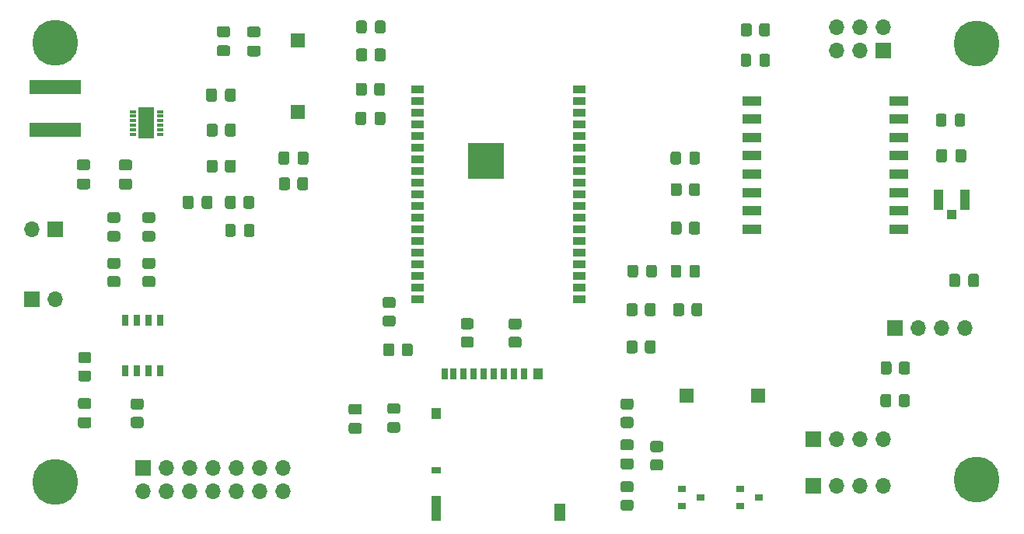
<source format=gbr>
%TF.GenerationSoftware,KiCad,Pcbnew,(5.1.9)-1*%
%TF.CreationDate,2021-07-21T07:35:28-05:00*%
%TF.ProjectId,SE_placa,53455f70-6c61-4636-912e-6b696361645f,A*%
%TF.SameCoordinates,Original*%
%TF.FileFunction,Soldermask,Top*%
%TF.FilePolarity,Negative*%
%FSLAX46Y46*%
G04 Gerber Fmt 4.6, Leading zero omitted, Abs format (unit mm)*
G04 Created by KiCad (PCBNEW (5.1.9)-1) date 2021-07-21 07:35:28*
%MOMM*%
%LPD*%
G01*
G04 APERTURE LIST*
%ADD10O,1.700000X1.700000*%
%ADD11R,1.700000X1.700000*%
%ADD12R,2.000000X1.000000*%
%ADD13R,4.000000X4.000000*%
%ADD14R,1.450000X0.930000*%
%ADD15R,1.300000X1.900000*%
%ADD16R,1.000000X2.800000*%
%ADD17R,1.000000X0.800000*%
%ADD18R,1.000000X1.200000*%
%ADD19R,0.700000X1.200000*%
%ADD20R,1.500000X1.500000*%
%ADD21R,1.050000X1.100000*%
%ADD22R,1.100000X2.250000*%
%ADD23R,0.900000X0.800000*%
%ADD24R,0.700000X1.300000*%
%ADD25R,5.700000X1.600000*%
%ADD26C,5.000000*%
%ADD27R,0.800000X0.300000*%
%ADD28R,1.800000X3.400000*%
G04 APERTURE END LIST*
D10*
%TO.C,J3*%
X140335000Y-72390000D03*
X140335000Y-69850000D03*
X137795000Y-72390000D03*
X137795000Y-69850000D03*
X135255000Y-72390000D03*
X135255000Y-69850000D03*
X132715000Y-72390000D03*
X132715000Y-69850000D03*
X130175000Y-72390000D03*
X130175000Y-69850000D03*
X127635000Y-72390000D03*
X127635000Y-69850000D03*
X125095000Y-72390000D03*
D11*
X125095000Y-69850000D03*
%TD*%
D12*
%TO.C,U2*%
X207390000Y-29830000D03*
X207390000Y-31830000D03*
X207390000Y-33830000D03*
X207390000Y-35830000D03*
X207390000Y-37830000D03*
X207390000Y-39830000D03*
X207390000Y-41830000D03*
X207390000Y-43830000D03*
X191390000Y-43830000D03*
X191390000Y-41830000D03*
X191390000Y-39830000D03*
X191390000Y-37830000D03*
X191390000Y-35830000D03*
X191390000Y-33830000D03*
X191390000Y-31830000D03*
X191390000Y-29830000D03*
%TD*%
%TO.C,R10*%
G36*
G01*
X184020000Y-52127999D02*
X184020000Y-53028001D01*
G75*
G02*
X183770001Y-53278000I-249999J0D01*
G01*
X183069999Y-53278000D01*
G75*
G02*
X182820000Y-53028001I0J249999D01*
G01*
X182820000Y-52127999D01*
G75*
G02*
X183069999Y-51878000I249999J0D01*
G01*
X183770001Y-51878000D01*
G75*
G02*
X184020000Y-52127999I0J-249999D01*
G01*
G37*
G36*
G01*
X186020000Y-52127999D02*
X186020000Y-53028001D01*
G75*
G02*
X185770001Y-53278000I-249999J0D01*
G01*
X185069999Y-53278000D01*
G75*
G02*
X184820000Y-53028001I0J249999D01*
G01*
X184820000Y-52127999D01*
G75*
G02*
X185069999Y-51878000I249999J0D01*
G01*
X185770001Y-51878000D01*
G75*
G02*
X186020000Y-52127999I0J-249999D01*
G01*
G37*
%TD*%
D13*
%TO.C,U1*%
X162450000Y-36360000D03*
D14*
X172640000Y-28570000D03*
X172640000Y-29840000D03*
X172640000Y-31110000D03*
X172640000Y-32380000D03*
X172640000Y-33650000D03*
X172640000Y-34920000D03*
X172640000Y-36190000D03*
X172640000Y-37460000D03*
X172640000Y-38730000D03*
X172640000Y-40000000D03*
X172640000Y-41270000D03*
X172640000Y-42540000D03*
X172640000Y-43810000D03*
X172640000Y-45080000D03*
X172640000Y-46350000D03*
X172640000Y-47620000D03*
X172640000Y-48890000D03*
X172640000Y-50160000D03*
X172640000Y-51430000D03*
X155020000Y-51430000D03*
X155020000Y-50160000D03*
X155020000Y-48890000D03*
X155020000Y-47620000D03*
X155020000Y-46350000D03*
X155020000Y-45080000D03*
X155020000Y-43810000D03*
X155020000Y-42540000D03*
X155020000Y-41270000D03*
X155020000Y-40000000D03*
X155020000Y-38730000D03*
X155020000Y-37460000D03*
X155020000Y-36190000D03*
X155020000Y-34920000D03*
X155020000Y-33650000D03*
X155020000Y-32380000D03*
X155020000Y-31110000D03*
X155020000Y-29840000D03*
X155020000Y-28570000D03*
%TD*%
D15*
%TO.C,J2*%
X170505000Y-74685000D03*
D16*
X157005000Y-74235000D03*
D17*
X157005000Y-70085000D03*
D18*
X157005000Y-63885000D03*
X168155000Y-59585000D03*
D19*
X160005000Y-59585000D03*
X161105000Y-59585000D03*
X162205000Y-59585000D03*
X163305000Y-59585000D03*
X164405000Y-59585000D03*
X165505000Y-59585000D03*
X166605000Y-59585000D03*
X158905000Y-59585000D03*
X157955000Y-59585000D03*
%TD*%
%TO.C,R11*%
G36*
G01*
X150260000Y-29025001D02*
X150260000Y-28124999D01*
G75*
G02*
X150509999Y-27875000I249999J0D01*
G01*
X151210001Y-27875000D01*
G75*
G02*
X151460000Y-28124999I0J-249999D01*
G01*
X151460000Y-29025001D01*
G75*
G02*
X151210001Y-29275000I-249999J0D01*
G01*
X150509999Y-29275000D01*
G75*
G02*
X150260000Y-29025001I0J249999D01*
G01*
G37*
G36*
G01*
X148260000Y-29025001D02*
X148260000Y-28124999D01*
G75*
G02*
X148509999Y-27875000I249999J0D01*
G01*
X149210001Y-27875000D01*
G75*
G02*
X149460000Y-28124999I0J-249999D01*
G01*
X149460000Y-29025001D01*
G75*
G02*
X149210001Y-29275000I-249999J0D01*
G01*
X148509999Y-29275000D01*
G75*
G02*
X148260000Y-29025001I0J249999D01*
G01*
G37*
%TD*%
%TO.C,R18*%
G36*
G01*
X191386000Y-21647999D02*
X191386000Y-22548001D01*
G75*
G02*
X191136001Y-22798000I-249999J0D01*
G01*
X190435999Y-22798000D01*
G75*
G02*
X190186000Y-22548001I0J249999D01*
G01*
X190186000Y-21647999D01*
G75*
G02*
X190435999Y-21398000I249999J0D01*
G01*
X191136001Y-21398000D01*
G75*
G02*
X191386000Y-21647999I0J-249999D01*
G01*
G37*
G36*
G01*
X193386000Y-21647999D02*
X193386000Y-22548001D01*
G75*
G02*
X193136001Y-22798000I-249999J0D01*
G01*
X192435999Y-22798000D01*
G75*
G02*
X192186000Y-22548001I0J249999D01*
G01*
X192186000Y-21647999D01*
G75*
G02*
X192435999Y-21398000I249999J0D01*
G01*
X193136001Y-21398000D01*
G75*
G02*
X193386000Y-21647999I0J-249999D01*
G01*
G37*
%TD*%
D20*
%TO.C,SW2*%
X141986000Y-23278000D03*
X141986000Y-31078000D03*
%TD*%
D21*
%TO.C,J7*%
X213155000Y-42190000D03*
D22*
X214630000Y-40640000D03*
X211680000Y-40640000D03*
%TD*%
D10*
%TO.C,J6*%
X200660000Y-21844000D03*
X200660000Y-24384000D03*
X203200000Y-21844000D03*
X203200000Y-24384000D03*
X205740000Y-21844000D03*
D11*
X205740000Y-24384000D03*
%TD*%
%TO.C,C7*%
G36*
G01*
X213556000Y-36289000D02*
X213556000Y-35339000D01*
G75*
G02*
X213806000Y-35089000I250000J0D01*
G01*
X214481000Y-35089000D01*
G75*
G02*
X214731000Y-35339000I0J-250000D01*
G01*
X214731000Y-36289000D01*
G75*
G02*
X214481000Y-36539000I-250000J0D01*
G01*
X213806000Y-36539000D01*
G75*
G02*
X213556000Y-36289000I0J250000D01*
G01*
G37*
G36*
G01*
X211481000Y-36289000D02*
X211481000Y-35339000D01*
G75*
G02*
X211731000Y-35089000I250000J0D01*
G01*
X212406000Y-35089000D01*
G75*
G02*
X212656000Y-35339000I0J-250000D01*
G01*
X212656000Y-36289000D01*
G75*
G02*
X212406000Y-36539000I-250000J0D01*
G01*
X211731000Y-36539000D01*
G75*
G02*
X211481000Y-36289000I0J250000D01*
G01*
G37*
%TD*%
%TO.C,R19*%
G36*
G01*
X118294999Y-57201000D02*
X119195001Y-57201000D01*
G75*
G02*
X119445000Y-57450999I0J-249999D01*
G01*
X119445000Y-58151001D01*
G75*
G02*
X119195001Y-58401000I-249999J0D01*
G01*
X118294999Y-58401000D01*
G75*
G02*
X118045000Y-58151001I0J249999D01*
G01*
X118045000Y-57450999D01*
G75*
G02*
X118294999Y-57201000I249999J0D01*
G01*
G37*
G36*
G01*
X118294999Y-59201000D02*
X119195001Y-59201000D01*
G75*
G02*
X119445000Y-59450999I0J-249999D01*
G01*
X119445000Y-60151001D01*
G75*
G02*
X119195001Y-60401000I-249999J0D01*
G01*
X118294999Y-60401000D01*
G75*
G02*
X118045000Y-60151001I0J249999D01*
G01*
X118045000Y-59450999D01*
G75*
G02*
X118294999Y-59201000I249999J0D01*
G01*
G37*
%TD*%
%TO.C,C10*%
G36*
G01*
X119093000Y-39471000D02*
X118143000Y-39471000D01*
G75*
G02*
X117893000Y-39221000I0J250000D01*
G01*
X117893000Y-38546000D01*
G75*
G02*
X118143000Y-38296000I250000J0D01*
G01*
X119093000Y-38296000D01*
G75*
G02*
X119343000Y-38546000I0J-250000D01*
G01*
X119343000Y-39221000D01*
G75*
G02*
X119093000Y-39471000I-250000J0D01*
G01*
G37*
G36*
G01*
X119093000Y-37396000D02*
X118143000Y-37396000D01*
G75*
G02*
X117893000Y-37146000I0J250000D01*
G01*
X117893000Y-36471000D01*
G75*
G02*
X118143000Y-36221000I250000J0D01*
G01*
X119093000Y-36221000D01*
G75*
G02*
X119343000Y-36471000I0J-250000D01*
G01*
X119343000Y-37146000D01*
G75*
G02*
X119093000Y-37396000I-250000J0D01*
G01*
G37*
%TD*%
%TO.C,R8*%
G36*
G01*
X141094000Y-38411999D02*
X141094000Y-39312001D01*
G75*
G02*
X140844001Y-39562000I-249999J0D01*
G01*
X140143999Y-39562000D01*
G75*
G02*
X139894000Y-39312001I0J249999D01*
G01*
X139894000Y-38411999D01*
G75*
G02*
X140143999Y-38162000I249999J0D01*
G01*
X140844001Y-38162000D01*
G75*
G02*
X141094000Y-38411999I0J-249999D01*
G01*
G37*
G36*
G01*
X143094000Y-38411999D02*
X143094000Y-39312001D01*
G75*
G02*
X142844001Y-39562000I-249999J0D01*
G01*
X142143999Y-39562000D01*
G75*
G02*
X141894000Y-39312001I0J249999D01*
G01*
X141894000Y-38411999D01*
G75*
G02*
X142143999Y-38162000I249999J0D01*
G01*
X142844001Y-38162000D01*
G75*
G02*
X143094000Y-38411999I0J-249999D01*
G01*
G37*
%TD*%
%TO.C,R16*%
G36*
G01*
X178940000Y-52127999D02*
X178940000Y-53028001D01*
G75*
G02*
X178690001Y-53278000I-249999J0D01*
G01*
X177989999Y-53278000D01*
G75*
G02*
X177740000Y-53028001I0J249999D01*
G01*
X177740000Y-52127999D01*
G75*
G02*
X177989999Y-51878000I249999J0D01*
G01*
X178690001Y-51878000D01*
G75*
G02*
X178940000Y-52127999I0J-249999D01*
G01*
G37*
G36*
G01*
X180940000Y-52127999D02*
X180940000Y-53028001D01*
G75*
G02*
X180690001Y-53278000I-249999J0D01*
G01*
X179989999Y-53278000D01*
G75*
G02*
X179740000Y-53028001I0J249999D01*
G01*
X179740000Y-52127999D01*
G75*
G02*
X179989999Y-51878000I249999J0D01*
G01*
X180690001Y-51878000D01*
G75*
G02*
X180940000Y-52127999I0J-249999D01*
G01*
G37*
%TD*%
%TO.C,R17*%
G36*
G01*
X184550000Y-44138001D02*
X184550000Y-43237999D01*
G75*
G02*
X184799999Y-42988000I249999J0D01*
G01*
X185500001Y-42988000D01*
G75*
G02*
X185750000Y-43237999I0J-249999D01*
G01*
X185750000Y-44138001D01*
G75*
G02*
X185500001Y-44388000I-249999J0D01*
G01*
X184799999Y-44388000D01*
G75*
G02*
X184550000Y-44138001I0J249999D01*
G01*
G37*
G36*
G01*
X182550000Y-44138001D02*
X182550000Y-43237999D01*
G75*
G02*
X182799999Y-42988000I249999J0D01*
G01*
X183500001Y-42988000D01*
G75*
G02*
X183750000Y-43237999I0J-249999D01*
G01*
X183750000Y-44138001D01*
G75*
G02*
X183500001Y-44388000I-249999J0D01*
G01*
X182799999Y-44388000D01*
G75*
G02*
X182550000Y-44138001I0J249999D01*
G01*
G37*
%TD*%
%TO.C,R14*%
G36*
G01*
X183750000Y-39046999D02*
X183750000Y-39947001D01*
G75*
G02*
X183500001Y-40197000I-249999J0D01*
G01*
X182799999Y-40197000D01*
G75*
G02*
X182550000Y-39947001I0J249999D01*
G01*
X182550000Y-39046999D01*
G75*
G02*
X182799999Y-38797000I249999J0D01*
G01*
X183500001Y-38797000D01*
G75*
G02*
X183750000Y-39046999I0J-249999D01*
G01*
G37*
G36*
G01*
X185750000Y-39046999D02*
X185750000Y-39947001D01*
G75*
G02*
X185500001Y-40197000I-249999J0D01*
G01*
X184799999Y-40197000D01*
G75*
G02*
X184550000Y-39947001I0J249999D01*
G01*
X184550000Y-39046999D01*
G75*
G02*
X184799999Y-38797000I249999J0D01*
G01*
X185500001Y-38797000D01*
G75*
G02*
X185750000Y-39046999I0J-249999D01*
G01*
G37*
%TD*%
%TO.C,R15*%
G36*
G01*
X149507500Y-24378499D02*
X149507500Y-25278501D01*
G75*
G02*
X149257501Y-25528500I-249999J0D01*
G01*
X148557499Y-25528500D01*
G75*
G02*
X148307500Y-25278501I0J249999D01*
G01*
X148307500Y-24378499D01*
G75*
G02*
X148557499Y-24128500I249999J0D01*
G01*
X149257501Y-24128500D01*
G75*
G02*
X149507500Y-24378499I0J-249999D01*
G01*
G37*
G36*
G01*
X151507500Y-24378499D02*
X151507500Y-25278501D01*
G75*
G02*
X151257501Y-25528500I-249999J0D01*
G01*
X150557499Y-25528500D01*
G75*
G02*
X150307500Y-25278501I0J249999D01*
G01*
X150307500Y-24378499D01*
G75*
G02*
X150557499Y-24128500I249999J0D01*
G01*
X151257501Y-24128500D01*
G75*
G02*
X151507500Y-24378499I0J-249999D01*
G01*
G37*
%TD*%
%TO.C,R9*%
G36*
G01*
X179740000Y-57092001D02*
X179740000Y-56191999D01*
G75*
G02*
X179989999Y-55942000I249999J0D01*
G01*
X180690001Y-55942000D01*
G75*
G02*
X180940000Y-56191999I0J-249999D01*
G01*
X180940000Y-57092001D01*
G75*
G02*
X180690001Y-57342000I-249999J0D01*
G01*
X179989999Y-57342000D01*
G75*
G02*
X179740000Y-57092001I0J249999D01*
G01*
G37*
G36*
G01*
X177740000Y-57092001D02*
X177740000Y-56191999D01*
G75*
G02*
X177989999Y-55942000I249999J0D01*
G01*
X178690001Y-55942000D01*
G75*
G02*
X178940000Y-56191999I0J-249999D01*
G01*
X178940000Y-57092001D01*
G75*
G02*
X178690001Y-57342000I-249999J0D01*
G01*
X177989999Y-57342000D01*
G75*
G02*
X177740000Y-57092001I0J249999D01*
G01*
G37*
%TD*%
%TO.C,R7*%
G36*
G01*
X165157999Y-55534000D02*
X166058001Y-55534000D01*
G75*
G02*
X166308000Y-55783999I0J-249999D01*
G01*
X166308000Y-56484001D01*
G75*
G02*
X166058001Y-56734000I-249999J0D01*
G01*
X165157999Y-56734000D01*
G75*
G02*
X164908000Y-56484001I0J249999D01*
G01*
X164908000Y-55783999D01*
G75*
G02*
X165157999Y-55534000I249999J0D01*
G01*
G37*
G36*
G01*
X165157999Y-53534000D02*
X166058001Y-53534000D01*
G75*
G02*
X166308000Y-53783999I0J-249999D01*
G01*
X166308000Y-54484001D01*
G75*
G02*
X166058001Y-54734000I-249999J0D01*
G01*
X165157999Y-54734000D01*
G75*
G02*
X164908000Y-54484001I0J249999D01*
G01*
X164908000Y-53783999D01*
G75*
G02*
X165157999Y-53534000I249999J0D01*
G01*
G37*
%TD*%
%TO.C,R6*%
G36*
G01*
X178250001Y-72482000D02*
X177349999Y-72482000D01*
G75*
G02*
X177100000Y-72232001I0J249999D01*
G01*
X177100000Y-71531999D01*
G75*
G02*
X177349999Y-71282000I249999J0D01*
G01*
X178250001Y-71282000D01*
G75*
G02*
X178500000Y-71531999I0J-249999D01*
G01*
X178500000Y-72232001D01*
G75*
G02*
X178250001Y-72482000I-249999J0D01*
G01*
G37*
G36*
G01*
X178250001Y-74482000D02*
X177349999Y-74482000D01*
G75*
G02*
X177100000Y-74232001I0J249999D01*
G01*
X177100000Y-73531999D01*
G75*
G02*
X177349999Y-73282000I249999J0D01*
G01*
X178250001Y-73282000D01*
G75*
G02*
X178500000Y-73531999I0J-249999D01*
G01*
X178500000Y-74232001D01*
G75*
G02*
X178250001Y-74482000I-249999J0D01*
G01*
G37*
%TD*%
%TO.C,R5*%
G36*
G01*
X181488501Y-68100500D02*
X180588499Y-68100500D01*
G75*
G02*
X180338500Y-67850501I0J249999D01*
G01*
X180338500Y-67150499D01*
G75*
G02*
X180588499Y-66900500I249999J0D01*
G01*
X181488501Y-66900500D01*
G75*
G02*
X181738500Y-67150499I0J-249999D01*
G01*
X181738500Y-67850501D01*
G75*
G02*
X181488501Y-68100500I-249999J0D01*
G01*
G37*
G36*
G01*
X181488501Y-70100500D02*
X180588499Y-70100500D01*
G75*
G02*
X180338500Y-69850501I0J249999D01*
G01*
X180338500Y-69150499D01*
G75*
G02*
X180588499Y-68900500I249999J0D01*
G01*
X181488501Y-68900500D01*
G75*
G02*
X181738500Y-69150499I0J-249999D01*
G01*
X181738500Y-69850501D01*
G75*
G02*
X181488501Y-70100500I-249999J0D01*
G01*
G37*
%TD*%
%TO.C,R4*%
G36*
G01*
X152342001Y-52416000D02*
X151441999Y-52416000D01*
G75*
G02*
X151192000Y-52166001I0J249999D01*
G01*
X151192000Y-51465999D01*
G75*
G02*
X151441999Y-51216000I249999J0D01*
G01*
X152342001Y-51216000D01*
G75*
G02*
X152592000Y-51465999I0J-249999D01*
G01*
X152592000Y-52166001D01*
G75*
G02*
X152342001Y-52416000I-249999J0D01*
G01*
G37*
G36*
G01*
X152342001Y-54416000D02*
X151441999Y-54416000D01*
G75*
G02*
X151192000Y-54166001I0J249999D01*
G01*
X151192000Y-53465999D01*
G75*
G02*
X151441999Y-53216000I249999J0D01*
G01*
X152342001Y-53216000D01*
G75*
G02*
X152592000Y-53465999I0J-249999D01*
G01*
X152592000Y-54166001D01*
G75*
G02*
X152342001Y-54416000I-249999J0D01*
G01*
G37*
%TD*%
%TO.C,R3*%
G36*
G01*
X159950999Y-55518000D02*
X160851001Y-55518000D01*
G75*
G02*
X161101000Y-55767999I0J-249999D01*
G01*
X161101000Y-56468001D01*
G75*
G02*
X160851001Y-56718000I-249999J0D01*
G01*
X159950999Y-56718000D01*
G75*
G02*
X159701000Y-56468001I0J249999D01*
G01*
X159701000Y-55767999D01*
G75*
G02*
X159950999Y-55518000I249999J0D01*
G01*
G37*
G36*
G01*
X159950999Y-53518000D02*
X160851001Y-53518000D01*
G75*
G02*
X161101000Y-53767999I0J-249999D01*
G01*
X161101000Y-54468001D01*
G75*
G02*
X160851001Y-54718000I-249999J0D01*
G01*
X159950999Y-54718000D01*
G75*
G02*
X159701000Y-54468001I0J249999D01*
G01*
X159701000Y-53767999D01*
G75*
G02*
X159950999Y-53518000I249999J0D01*
G01*
G37*
%TD*%
%TO.C,R2*%
G36*
G01*
X177349999Y-64265000D02*
X178250001Y-64265000D01*
G75*
G02*
X178500000Y-64514999I0J-249999D01*
G01*
X178500000Y-65215001D01*
G75*
G02*
X178250001Y-65465000I-249999J0D01*
G01*
X177349999Y-65465000D01*
G75*
G02*
X177100000Y-65215001I0J249999D01*
G01*
X177100000Y-64514999D01*
G75*
G02*
X177349999Y-64265000I249999J0D01*
G01*
G37*
G36*
G01*
X177349999Y-62265000D02*
X178250001Y-62265000D01*
G75*
G02*
X178500000Y-62514999I0J-249999D01*
G01*
X178500000Y-63215001D01*
G75*
G02*
X178250001Y-63465000I-249999J0D01*
G01*
X177349999Y-63465000D01*
G75*
G02*
X177100000Y-63215001I0J249999D01*
G01*
X177100000Y-62514999D01*
G75*
G02*
X177349999Y-62265000I249999J0D01*
G01*
G37*
%TD*%
%TO.C,R1*%
G36*
G01*
X153260500Y-57409501D02*
X153260500Y-56509499D01*
G75*
G02*
X153510499Y-56259500I249999J0D01*
G01*
X154210501Y-56259500D01*
G75*
G02*
X154460500Y-56509499I0J-249999D01*
G01*
X154460500Y-57409501D01*
G75*
G02*
X154210501Y-57659500I-249999J0D01*
G01*
X153510499Y-57659500D01*
G75*
G02*
X153260500Y-57409501I0J249999D01*
G01*
G37*
G36*
G01*
X151260500Y-57409501D02*
X151260500Y-56509499D01*
G75*
G02*
X151510499Y-56259500I249999J0D01*
G01*
X152210501Y-56259500D01*
G75*
G02*
X152460500Y-56509499I0J-249999D01*
G01*
X152460500Y-57409501D01*
G75*
G02*
X152210501Y-57659500I-249999J0D01*
G01*
X151510499Y-57659500D01*
G75*
G02*
X151260500Y-57409501I0J249999D01*
G01*
G37*
%TD*%
D23*
%TO.C,Q2*%
X192135000Y-73025000D03*
X190135000Y-73975000D03*
X190135000Y-72075000D03*
%TD*%
%TO.C,Q1*%
X185785000Y-73025000D03*
X183785000Y-73975000D03*
X183785000Y-72075000D03*
%TD*%
%TO.C,L3*%
G36*
G01*
X212583500Y-31490499D02*
X212583500Y-32390501D01*
G75*
G02*
X212333501Y-32640500I-249999J0D01*
G01*
X211683499Y-32640500D01*
G75*
G02*
X211433500Y-32390501I0J249999D01*
G01*
X211433500Y-31490499D01*
G75*
G02*
X211683499Y-31240500I249999J0D01*
G01*
X212333501Y-31240500D01*
G75*
G02*
X212583500Y-31490499I0J-249999D01*
G01*
G37*
G36*
G01*
X214633500Y-31490499D02*
X214633500Y-32390501D01*
G75*
G02*
X214383501Y-32640500I-249999J0D01*
G01*
X213733499Y-32640500D01*
G75*
G02*
X213483500Y-32390501I0J249999D01*
G01*
X213483500Y-31490499D01*
G75*
G02*
X213733499Y-31240500I249999J0D01*
G01*
X214383501Y-31240500D01*
G75*
G02*
X214633500Y-31490499I0J-249999D01*
G01*
G37*
%TD*%
%TO.C,L2*%
G36*
G01*
X151949999Y-64830000D02*
X152850001Y-64830000D01*
G75*
G02*
X153100000Y-65079999I0J-249999D01*
G01*
X153100000Y-65730001D01*
G75*
G02*
X152850001Y-65980000I-249999J0D01*
G01*
X151949999Y-65980000D01*
G75*
G02*
X151700000Y-65730001I0J249999D01*
G01*
X151700000Y-65079999D01*
G75*
G02*
X151949999Y-64830000I249999J0D01*
G01*
G37*
G36*
G01*
X151949999Y-62780000D02*
X152850001Y-62780000D01*
G75*
G02*
X153100000Y-63029999I0J-249999D01*
G01*
X153100000Y-63680001D01*
G75*
G02*
X152850001Y-63930000I-249999J0D01*
G01*
X151949999Y-63930000D01*
G75*
G02*
X151700000Y-63680001I0J249999D01*
G01*
X151700000Y-63029999D01*
G75*
G02*
X151949999Y-62780000I249999J0D01*
G01*
G37*
%TD*%
D10*
%TO.C,J4*%
X205740000Y-66675000D03*
X203200000Y-66675000D03*
X200660000Y-66675000D03*
D11*
X198120000Y-66675000D03*
%TD*%
D10*
%TO.C,J8*%
X214630000Y-54610000D03*
X212090000Y-54610000D03*
X209550000Y-54610000D03*
D11*
X207010000Y-54610000D03*
%TD*%
%TO.C,D5*%
G36*
G01*
X192220000Y-25850001D02*
X192220000Y-24949999D01*
G75*
G02*
X192469999Y-24700000I249999J0D01*
G01*
X193120001Y-24700000D01*
G75*
G02*
X193370000Y-24949999I0J-249999D01*
G01*
X193370000Y-25850001D01*
G75*
G02*
X193120001Y-26100000I-249999J0D01*
G01*
X192469999Y-26100000D01*
G75*
G02*
X192220000Y-25850001I0J249999D01*
G01*
G37*
G36*
G01*
X190170000Y-25850001D02*
X190170000Y-24949999D01*
G75*
G02*
X190419999Y-24700000I249999J0D01*
G01*
X191070001Y-24700000D01*
G75*
G02*
X191320000Y-24949999I0J-249999D01*
G01*
X191320000Y-25850001D01*
G75*
G02*
X191070001Y-26100000I-249999J0D01*
G01*
X190419999Y-26100000D01*
G75*
G02*
X190170000Y-25850001I0J249999D01*
G01*
G37*
%TD*%
%TO.C,D4*%
G36*
G01*
X179901000Y-48837001D02*
X179901000Y-47936999D01*
G75*
G02*
X180150999Y-47687000I249999J0D01*
G01*
X180801001Y-47687000D01*
G75*
G02*
X181051000Y-47936999I0J-249999D01*
G01*
X181051000Y-48837001D01*
G75*
G02*
X180801001Y-49087000I-249999J0D01*
G01*
X180150999Y-49087000D01*
G75*
G02*
X179901000Y-48837001I0J249999D01*
G01*
G37*
G36*
G01*
X177851000Y-48837001D02*
X177851000Y-47936999D01*
G75*
G02*
X178100999Y-47687000I249999J0D01*
G01*
X178751001Y-47687000D01*
G75*
G02*
X179001000Y-47936999I0J-249999D01*
G01*
X179001000Y-48837001D01*
G75*
G02*
X178751001Y-49087000I-249999J0D01*
G01*
X178100999Y-49087000D01*
G75*
G02*
X177851000Y-48837001I0J249999D01*
G01*
G37*
%TD*%
%TO.C,D3*%
G36*
G01*
X183700000Y-47936999D02*
X183700000Y-48837001D01*
G75*
G02*
X183450001Y-49087000I-249999J0D01*
G01*
X182799999Y-49087000D01*
G75*
G02*
X182550000Y-48837001I0J249999D01*
G01*
X182550000Y-47936999D01*
G75*
G02*
X182799999Y-47687000I249999J0D01*
G01*
X183450001Y-47687000D01*
G75*
G02*
X183700000Y-47936999I0J-249999D01*
G01*
G37*
G36*
G01*
X185750000Y-47936999D02*
X185750000Y-48837001D01*
G75*
G02*
X185500001Y-49087000I-249999J0D01*
G01*
X184849999Y-49087000D01*
G75*
G02*
X184600000Y-48837001I0J249999D01*
G01*
X184600000Y-47936999D01*
G75*
G02*
X184849999Y-47687000I249999J0D01*
G01*
X185500001Y-47687000D01*
G75*
G02*
X185750000Y-47936999I0J-249999D01*
G01*
G37*
%TD*%
%TO.C,D1*%
G36*
G01*
X184591000Y-36518001D02*
X184591000Y-35617999D01*
G75*
G02*
X184840999Y-35368000I249999J0D01*
G01*
X185491001Y-35368000D01*
G75*
G02*
X185741000Y-35617999I0J-249999D01*
G01*
X185741000Y-36518001D01*
G75*
G02*
X185491001Y-36768000I-249999J0D01*
G01*
X184840999Y-36768000D01*
G75*
G02*
X184591000Y-36518001I0J249999D01*
G01*
G37*
G36*
G01*
X182541000Y-36518001D02*
X182541000Y-35617999D01*
G75*
G02*
X182790999Y-35368000I249999J0D01*
G01*
X183441001Y-35368000D01*
G75*
G02*
X183691000Y-35617999I0J-249999D01*
G01*
X183691000Y-36518001D01*
G75*
G02*
X183441001Y-36768000I-249999J0D01*
G01*
X182790999Y-36768000D01*
G75*
G02*
X182541000Y-36518001I0J249999D01*
G01*
G37*
%TD*%
%TO.C,D2*%
G36*
G01*
X150353000Y-22245001D02*
X150353000Y-21344999D01*
G75*
G02*
X150602999Y-21095000I249999J0D01*
G01*
X151253001Y-21095000D01*
G75*
G02*
X151503000Y-21344999I0J-249999D01*
G01*
X151503000Y-22245001D01*
G75*
G02*
X151253001Y-22495000I-249999J0D01*
G01*
X150602999Y-22495000D01*
G75*
G02*
X150353000Y-22245001I0J249999D01*
G01*
G37*
G36*
G01*
X148303000Y-22245001D02*
X148303000Y-21344999D01*
G75*
G02*
X148552999Y-21095000I249999J0D01*
G01*
X149203001Y-21095000D01*
G75*
G02*
X149453000Y-21344999I0J-249999D01*
G01*
X149453000Y-22245001D01*
G75*
G02*
X149203001Y-22495000I-249999J0D01*
G01*
X148552999Y-22495000D01*
G75*
G02*
X148303000Y-22245001I0J249999D01*
G01*
G37*
%TD*%
%TO.C,C8*%
G36*
G01*
X214953000Y-49878000D02*
X214953000Y-48928000D01*
G75*
G02*
X215203000Y-48678000I250000J0D01*
G01*
X215878000Y-48678000D01*
G75*
G02*
X216128000Y-48928000I0J-250000D01*
G01*
X216128000Y-49878000D01*
G75*
G02*
X215878000Y-50128000I-250000J0D01*
G01*
X215203000Y-50128000D01*
G75*
G02*
X214953000Y-49878000I0J250000D01*
G01*
G37*
G36*
G01*
X212878000Y-49878000D02*
X212878000Y-48928000D01*
G75*
G02*
X213128000Y-48678000I250000J0D01*
G01*
X213803000Y-48678000D01*
G75*
G02*
X214053000Y-48928000I0J-250000D01*
G01*
X214053000Y-49878000D01*
G75*
G02*
X213803000Y-50128000I-250000J0D01*
G01*
X213128000Y-50128000D01*
G75*
G02*
X212878000Y-49878000I0J250000D01*
G01*
G37*
%TD*%
%TO.C,C6*%
G36*
G01*
X150310000Y-32225000D02*
X150310000Y-31275000D01*
G75*
G02*
X150560000Y-31025000I250000J0D01*
G01*
X151235000Y-31025000D01*
G75*
G02*
X151485000Y-31275000I0J-250000D01*
G01*
X151485000Y-32225000D01*
G75*
G02*
X151235000Y-32475000I-250000J0D01*
G01*
X150560000Y-32475000D01*
G75*
G02*
X150310000Y-32225000I0J250000D01*
G01*
G37*
G36*
G01*
X148235000Y-32225000D02*
X148235000Y-31275000D01*
G75*
G02*
X148485000Y-31025000I250000J0D01*
G01*
X149160000Y-31025000D01*
G75*
G02*
X149410000Y-31275000I0J-250000D01*
G01*
X149410000Y-32225000D01*
G75*
G02*
X149160000Y-32475000I-250000J0D01*
G01*
X148485000Y-32475000D01*
G75*
G02*
X148235000Y-32225000I0J250000D01*
G01*
G37*
%TD*%
%TO.C,C4*%
G36*
G01*
X141928000Y-36543000D02*
X141928000Y-35593000D01*
G75*
G02*
X142178000Y-35343000I250000J0D01*
G01*
X142853000Y-35343000D01*
G75*
G02*
X143103000Y-35593000I0J-250000D01*
G01*
X143103000Y-36543000D01*
G75*
G02*
X142853000Y-36793000I-250000J0D01*
G01*
X142178000Y-36793000D01*
G75*
G02*
X141928000Y-36543000I0J250000D01*
G01*
G37*
G36*
G01*
X139853000Y-36543000D02*
X139853000Y-35593000D01*
G75*
G02*
X140103000Y-35343000I250000J0D01*
G01*
X140778000Y-35343000D01*
G75*
G02*
X141028000Y-35593000I0J-250000D01*
G01*
X141028000Y-36543000D01*
G75*
G02*
X140778000Y-36793000I-250000J0D01*
G01*
X140103000Y-36793000D01*
G75*
G02*
X139853000Y-36543000I0J250000D01*
G01*
G37*
%TD*%
%TO.C,C5*%
G36*
G01*
X178275000Y-67897500D02*
X177325000Y-67897500D01*
G75*
G02*
X177075000Y-67647500I0J250000D01*
G01*
X177075000Y-66972500D01*
G75*
G02*
X177325000Y-66722500I250000J0D01*
G01*
X178275000Y-66722500D01*
G75*
G02*
X178525000Y-66972500I0J-250000D01*
G01*
X178525000Y-67647500D01*
G75*
G02*
X178275000Y-67897500I-250000J0D01*
G01*
G37*
G36*
G01*
X178275000Y-69972500D02*
X177325000Y-69972500D01*
G75*
G02*
X177075000Y-69722500I0J250000D01*
G01*
X177075000Y-69047500D01*
G75*
G02*
X177325000Y-68797500I250000J0D01*
G01*
X178275000Y-68797500D01*
G75*
G02*
X178525000Y-69047500I0J-250000D01*
G01*
X178525000Y-69722500D01*
G75*
G02*
X178275000Y-69972500I-250000J0D01*
G01*
G37*
%TD*%
%TO.C,C1*%
G36*
G01*
X147734000Y-64924000D02*
X148684000Y-64924000D01*
G75*
G02*
X148934000Y-65174000I0J-250000D01*
G01*
X148934000Y-65849000D01*
G75*
G02*
X148684000Y-66099000I-250000J0D01*
G01*
X147734000Y-66099000D01*
G75*
G02*
X147484000Y-65849000I0J250000D01*
G01*
X147484000Y-65174000D01*
G75*
G02*
X147734000Y-64924000I250000J0D01*
G01*
G37*
G36*
G01*
X147734000Y-62849000D02*
X148684000Y-62849000D01*
G75*
G02*
X148934000Y-63099000I0J-250000D01*
G01*
X148934000Y-63774000D01*
G75*
G02*
X148684000Y-64024000I-250000J0D01*
G01*
X147734000Y-64024000D01*
G75*
G02*
X147484000Y-63774000I0J250000D01*
G01*
X147484000Y-63099000D01*
G75*
G02*
X147734000Y-62849000I250000J0D01*
G01*
G37*
%TD*%
%TO.C,C2*%
G36*
G01*
X137635000Y-22918000D02*
X136685000Y-22918000D01*
G75*
G02*
X136435000Y-22668000I0J250000D01*
G01*
X136435000Y-21993000D01*
G75*
G02*
X136685000Y-21743000I250000J0D01*
G01*
X137635000Y-21743000D01*
G75*
G02*
X137885000Y-21993000I0J-250000D01*
G01*
X137885000Y-22668000D01*
G75*
G02*
X137635000Y-22918000I-250000J0D01*
G01*
G37*
G36*
G01*
X137635000Y-24993000D02*
X136685000Y-24993000D01*
G75*
G02*
X136435000Y-24743000I0J250000D01*
G01*
X136435000Y-24068000D01*
G75*
G02*
X136685000Y-23818000I250000J0D01*
G01*
X137635000Y-23818000D01*
G75*
G02*
X137885000Y-24068000I0J-250000D01*
G01*
X137885000Y-24743000D01*
G75*
G02*
X137635000Y-24993000I-250000J0D01*
G01*
G37*
%TD*%
%TO.C,C3*%
G36*
G01*
X134333000Y-24971500D02*
X133383000Y-24971500D01*
G75*
G02*
X133133000Y-24721500I0J250000D01*
G01*
X133133000Y-24046500D01*
G75*
G02*
X133383000Y-23796500I250000J0D01*
G01*
X134333000Y-23796500D01*
G75*
G02*
X134583000Y-24046500I0J-250000D01*
G01*
X134583000Y-24721500D01*
G75*
G02*
X134333000Y-24971500I-250000J0D01*
G01*
G37*
G36*
G01*
X134333000Y-22896500D02*
X133383000Y-22896500D01*
G75*
G02*
X133133000Y-22646500I0J250000D01*
G01*
X133133000Y-21971500D01*
G75*
G02*
X133383000Y-21721500I250000J0D01*
G01*
X134333000Y-21721500D01*
G75*
G02*
X134583000Y-21971500I0J-250000D01*
G01*
X134583000Y-22646500D01*
G75*
G02*
X134333000Y-22896500I-250000J0D01*
G01*
G37*
%TD*%
%TO.C,C9*%
G36*
G01*
X118270000Y-64289000D02*
X119220000Y-64289000D01*
G75*
G02*
X119470000Y-64539000I0J-250000D01*
G01*
X119470000Y-65214000D01*
G75*
G02*
X119220000Y-65464000I-250000J0D01*
G01*
X118270000Y-65464000D01*
G75*
G02*
X118020000Y-65214000I0J250000D01*
G01*
X118020000Y-64539000D01*
G75*
G02*
X118270000Y-64289000I250000J0D01*
G01*
G37*
G36*
G01*
X118270000Y-62214000D02*
X119220000Y-62214000D01*
G75*
G02*
X119470000Y-62464000I0J-250000D01*
G01*
X119470000Y-63139000D01*
G75*
G02*
X119220000Y-63389000I-250000J0D01*
G01*
X118270000Y-63389000D01*
G75*
G02*
X118020000Y-63139000I0J250000D01*
G01*
X118020000Y-62464000D01*
G75*
G02*
X118270000Y-62214000I250000J0D01*
G01*
G37*
%TD*%
%TO.C,C11*%
G36*
G01*
X123665000Y-37417500D02*
X122715000Y-37417500D01*
G75*
G02*
X122465000Y-37167500I0J250000D01*
G01*
X122465000Y-36492500D01*
G75*
G02*
X122715000Y-36242500I250000J0D01*
G01*
X123665000Y-36242500D01*
G75*
G02*
X123915000Y-36492500I0J-250000D01*
G01*
X123915000Y-37167500D01*
G75*
G02*
X123665000Y-37417500I-250000J0D01*
G01*
G37*
G36*
G01*
X123665000Y-39492500D02*
X122715000Y-39492500D01*
G75*
G02*
X122465000Y-39242500I0J250000D01*
G01*
X122465000Y-38567500D01*
G75*
G02*
X122715000Y-38317500I250000J0D01*
G01*
X123665000Y-38317500D01*
G75*
G02*
X123915000Y-38567500I0J-250000D01*
G01*
X123915000Y-39242500D01*
G75*
G02*
X123665000Y-39492500I-250000J0D01*
G01*
G37*
%TD*%
%TO.C,C12*%
G36*
G01*
X131957500Y-29685000D02*
X131957500Y-28735000D01*
G75*
G02*
X132207500Y-28485000I250000J0D01*
G01*
X132882500Y-28485000D01*
G75*
G02*
X133132500Y-28735000I0J-250000D01*
G01*
X133132500Y-29685000D01*
G75*
G02*
X132882500Y-29935000I-250000J0D01*
G01*
X132207500Y-29935000D01*
G75*
G02*
X131957500Y-29685000I0J250000D01*
G01*
G37*
G36*
G01*
X134032500Y-29685000D02*
X134032500Y-28735000D01*
G75*
G02*
X134282500Y-28485000I250000J0D01*
G01*
X134957500Y-28485000D01*
G75*
G02*
X135207500Y-28735000I0J-250000D01*
G01*
X135207500Y-29685000D01*
G75*
G02*
X134957500Y-29935000I-250000J0D01*
G01*
X134282500Y-29935000D01*
G75*
G02*
X134032500Y-29685000I0J250000D01*
G01*
G37*
%TD*%
%TO.C,C13*%
G36*
G01*
X129417500Y-41369000D02*
X129417500Y-40419000D01*
G75*
G02*
X129667500Y-40169000I250000J0D01*
G01*
X130342500Y-40169000D01*
G75*
G02*
X130592500Y-40419000I0J-250000D01*
G01*
X130592500Y-41369000D01*
G75*
G02*
X130342500Y-41619000I-250000J0D01*
G01*
X129667500Y-41619000D01*
G75*
G02*
X129417500Y-41369000I0J250000D01*
G01*
G37*
G36*
G01*
X131492500Y-41369000D02*
X131492500Y-40419000D01*
G75*
G02*
X131742500Y-40169000I250000J0D01*
G01*
X132417500Y-40169000D01*
G75*
G02*
X132667500Y-40419000I0J-250000D01*
G01*
X132667500Y-41369000D01*
G75*
G02*
X132417500Y-41619000I-250000J0D01*
G01*
X131742500Y-41619000D01*
G75*
G02*
X131492500Y-41369000I0J250000D01*
G01*
G37*
%TD*%
%TO.C,D6*%
G36*
G01*
X122370001Y-43120000D02*
X121469999Y-43120000D01*
G75*
G02*
X121220000Y-42870001I0J249999D01*
G01*
X121220000Y-42219999D01*
G75*
G02*
X121469999Y-41970000I249999J0D01*
G01*
X122370001Y-41970000D01*
G75*
G02*
X122620000Y-42219999I0J-249999D01*
G01*
X122620000Y-42870001D01*
G75*
G02*
X122370001Y-43120000I-249999J0D01*
G01*
G37*
G36*
G01*
X122370001Y-45170000D02*
X121469999Y-45170000D01*
G75*
G02*
X121220000Y-44920001I0J249999D01*
G01*
X121220000Y-44269999D01*
G75*
G02*
X121469999Y-44020000I249999J0D01*
G01*
X122370001Y-44020000D01*
G75*
G02*
X122620000Y-44269999I0J-249999D01*
G01*
X122620000Y-44920001D01*
G75*
G02*
X122370001Y-45170000I-249999J0D01*
G01*
G37*
%TD*%
%TO.C,D7*%
G36*
G01*
X126180001Y-45170000D02*
X125279999Y-45170000D01*
G75*
G02*
X125030000Y-44920001I0J249999D01*
G01*
X125030000Y-44269999D01*
G75*
G02*
X125279999Y-44020000I249999J0D01*
G01*
X126180001Y-44020000D01*
G75*
G02*
X126430000Y-44269999I0J-249999D01*
G01*
X126430000Y-44920001D01*
G75*
G02*
X126180001Y-45170000I-249999J0D01*
G01*
G37*
G36*
G01*
X126180001Y-43120000D02*
X125279999Y-43120000D01*
G75*
G02*
X125030000Y-42870001I0J249999D01*
G01*
X125030000Y-42219999D01*
G75*
G02*
X125279999Y-41970000I249999J0D01*
G01*
X126180001Y-41970000D01*
G75*
G02*
X126430000Y-42219999I0J-249999D01*
G01*
X126430000Y-42870001D01*
G75*
G02*
X126180001Y-43120000I-249999J0D01*
G01*
G37*
%TD*%
D24*
%TO.C,IC1*%
X124460000Y-53765000D03*
X123190000Y-53765000D03*
X125730000Y-53765000D03*
X127000000Y-53765000D03*
X124460000Y-59265000D03*
X123190000Y-59265000D03*
X125730000Y-59265000D03*
X127000000Y-59265000D03*
%TD*%
D11*
%TO.C,J1*%
X113030000Y-51435000D03*
D10*
X115570000Y-51435000D03*
%TD*%
D11*
%TO.C,J5*%
X198120000Y-71755000D03*
D10*
X200660000Y-71755000D03*
X203200000Y-71755000D03*
X205740000Y-71755000D03*
%TD*%
%TO.C,J9*%
X113030000Y-43815000D03*
D11*
X115570000Y-43815000D03*
%TD*%
%TO.C,L1*%
G36*
G01*
X134036000Y-44392001D02*
X134036000Y-43491999D01*
G75*
G02*
X134285999Y-43242000I249999J0D01*
G01*
X134936001Y-43242000D01*
G75*
G02*
X135186000Y-43491999I0J-249999D01*
G01*
X135186000Y-44392001D01*
G75*
G02*
X134936001Y-44642000I-249999J0D01*
G01*
X134285999Y-44642000D01*
G75*
G02*
X134036000Y-44392001I0J249999D01*
G01*
G37*
G36*
G01*
X136086000Y-44392001D02*
X136086000Y-43491999D01*
G75*
G02*
X136335999Y-43242000I249999J0D01*
G01*
X136986001Y-43242000D01*
G75*
G02*
X137236000Y-43491999I0J-249999D01*
G01*
X137236000Y-44392001D01*
G75*
G02*
X136986001Y-44642000I-249999J0D01*
G01*
X136335999Y-44642000D01*
G75*
G02*
X136086000Y-44392001I0J249999D01*
G01*
G37*
%TD*%
D25*
%TO.C,L4*%
X115570000Y-33020000D03*
X115570000Y-28320000D03*
%TD*%
%TO.C,R12*%
G36*
G01*
X205410000Y-59378001D02*
X205410000Y-58477999D01*
G75*
G02*
X205659999Y-58228000I249999J0D01*
G01*
X206360001Y-58228000D01*
G75*
G02*
X206610000Y-58477999I0J-249999D01*
G01*
X206610000Y-59378001D01*
G75*
G02*
X206360001Y-59628000I-249999J0D01*
G01*
X205659999Y-59628000D01*
G75*
G02*
X205410000Y-59378001I0J249999D01*
G01*
G37*
G36*
G01*
X207410000Y-59378001D02*
X207410000Y-58477999D01*
G75*
G02*
X207659999Y-58228000I249999J0D01*
G01*
X208360001Y-58228000D01*
G75*
G02*
X208610000Y-58477999I0J-249999D01*
G01*
X208610000Y-59378001D01*
G75*
G02*
X208360001Y-59628000I-249999J0D01*
G01*
X207659999Y-59628000D01*
G75*
G02*
X207410000Y-59378001I0J249999D01*
G01*
G37*
%TD*%
%TO.C,R13*%
G36*
G01*
X207394000Y-62934001D02*
X207394000Y-62033999D01*
G75*
G02*
X207643999Y-61784000I249999J0D01*
G01*
X208344001Y-61784000D01*
G75*
G02*
X208594000Y-62033999I0J-249999D01*
G01*
X208594000Y-62934001D01*
G75*
G02*
X208344001Y-63184000I-249999J0D01*
G01*
X207643999Y-63184000D01*
G75*
G02*
X207394000Y-62934001I0J249999D01*
G01*
G37*
G36*
G01*
X205394000Y-62934001D02*
X205394000Y-62033999D01*
G75*
G02*
X205643999Y-61784000I249999J0D01*
G01*
X206344001Y-61784000D01*
G75*
G02*
X206594000Y-62033999I0J-249999D01*
G01*
X206594000Y-62934001D01*
G75*
G02*
X206344001Y-63184000I-249999J0D01*
G01*
X205643999Y-63184000D01*
G75*
G02*
X205394000Y-62934001I0J249999D01*
G01*
G37*
%TD*%
%TO.C,R20*%
G36*
G01*
X122370001Y-48130000D02*
X121469999Y-48130000D01*
G75*
G02*
X121220000Y-47880001I0J249999D01*
G01*
X121220000Y-47179999D01*
G75*
G02*
X121469999Y-46930000I249999J0D01*
G01*
X122370001Y-46930000D01*
G75*
G02*
X122620000Y-47179999I0J-249999D01*
G01*
X122620000Y-47880001D01*
G75*
G02*
X122370001Y-48130000I-249999J0D01*
G01*
G37*
G36*
G01*
X122370001Y-50130000D02*
X121469999Y-50130000D01*
G75*
G02*
X121220000Y-49880001I0J249999D01*
G01*
X121220000Y-49179999D01*
G75*
G02*
X121469999Y-48930000I249999J0D01*
G01*
X122370001Y-48930000D01*
G75*
G02*
X122620000Y-49179999I0J-249999D01*
G01*
X122620000Y-49880001D01*
G75*
G02*
X122370001Y-50130000I-249999J0D01*
G01*
G37*
%TD*%
%TO.C,R21*%
G36*
G01*
X126180001Y-50130000D02*
X125279999Y-50130000D01*
G75*
G02*
X125030000Y-49880001I0J249999D01*
G01*
X125030000Y-49179999D01*
G75*
G02*
X125279999Y-48930000I249999J0D01*
G01*
X126180001Y-48930000D01*
G75*
G02*
X126430000Y-49179999I0J-249999D01*
G01*
X126430000Y-49880001D01*
G75*
G02*
X126180001Y-50130000I-249999J0D01*
G01*
G37*
G36*
G01*
X126180001Y-48130000D02*
X125279999Y-48130000D01*
G75*
G02*
X125030000Y-47880001I0J249999D01*
G01*
X125030000Y-47179999D01*
G75*
G02*
X125279999Y-46930000I249999J0D01*
G01*
X126180001Y-46930000D01*
G75*
G02*
X126430000Y-47179999I0J-249999D01*
G01*
X126430000Y-47880001D01*
G75*
G02*
X126180001Y-48130000I-249999J0D01*
G01*
G37*
%TD*%
%TO.C,R22*%
G36*
G01*
X124009999Y-64265000D02*
X124910001Y-64265000D01*
G75*
G02*
X125160000Y-64514999I0J-249999D01*
G01*
X125160000Y-65215001D01*
G75*
G02*
X124910001Y-65465000I-249999J0D01*
G01*
X124009999Y-65465000D01*
G75*
G02*
X123760000Y-65215001I0J249999D01*
G01*
X123760000Y-64514999D01*
G75*
G02*
X124009999Y-64265000I249999J0D01*
G01*
G37*
G36*
G01*
X124009999Y-62265000D02*
X124910001Y-62265000D01*
G75*
G02*
X125160000Y-62514999I0J-249999D01*
G01*
X125160000Y-63215001D01*
G75*
G02*
X124910001Y-63465000I-249999J0D01*
G01*
X124009999Y-63465000D01*
G75*
G02*
X123760000Y-63215001I0J249999D01*
G01*
X123760000Y-62514999D01*
G75*
G02*
X124009999Y-62265000I249999J0D01*
G01*
G37*
%TD*%
%TO.C,R23*%
G36*
G01*
X135220000Y-32569999D02*
X135220000Y-33470001D01*
G75*
G02*
X134970001Y-33720000I-249999J0D01*
G01*
X134269999Y-33720000D01*
G75*
G02*
X134020000Y-33470001I0J249999D01*
G01*
X134020000Y-32569999D01*
G75*
G02*
X134269999Y-32320000I249999J0D01*
G01*
X134970001Y-32320000D01*
G75*
G02*
X135220000Y-32569999I0J-249999D01*
G01*
G37*
G36*
G01*
X133220000Y-32569999D02*
X133220000Y-33470001D01*
G75*
G02*
X132970001Y-33720000I-249999J0D01*
G01*
X132269999Y-33720000D01*
G75*
G02*
X132020000Y-33470001I0J249999D01*
G01*
X132020000Y-32569999D01*
G75*
G02*
X132269999Y-32320000I249999J0D01*
G01*
X132970001Y-32320000D01*
G75*
G02*
X133220000Y-32569999I0J-249999D01*
G01*
G37*
%TD*%
%TO.C,R24*%
G36*
G01*
X134020000Y-41344001D02*
X134020000Y-40443999D01*
G75*
G02*
X134269999Y-40194000I249999J0D01*
G01*
X134970001Y-40194000D01*
G75*
G02*
X135220000Y-40443999I0J-249999D01*
G01*
X135220000Y-41344001D01*
G75*
G02*
X134970001Y-41594000I-249999J0D01*
G01*
X134269999Y-41594000D01*
G75*
G02*
X134020000Y-41344001I0J249999D01*
G01*
G37*
G36*
G01*
X136020000Y-41344001D02*
X136020000Y-40443999D01*
G75*
G02*
X136269999Y-40194000I249999J0D01*
G01*
X136970001Y-40194000D01*
G75*
G02*
X137220000Y-40443999I0J-249999D01*
G01*
X137220000Y-41344001D01*
G75*
G02*
X136970001Y-41594000I-249999J0D01*
G01*
X136269999Y-41594000D01*
G75*
G02*
X136020000Y-41344001I0J249999D01*
G01*
G37*
%TD*%
%TO.C,R25*%
G36*
G01*
X133220000Y-36506999D02*
X133220000Y-37407001D01*
G75*
G02*
X132970001Y-37657000I-249999J0D01*
G01*
X132269999Y-37657000D01*
G75*
G02*
X132020000Y-37407001I0J249999D01*
G01*
X132020000Y-36506999D01*
G75*
G02*
X132269999Y-36257000I249999J0D01*
G01*
X132970001Y-36257000D01*
G75*
G02*
X133220000Y-36506999I0J-249999D01*
G01*
G37*
G36*
G01*
X135220000Y-36506999D02*
X135220000Y-37407001D01*
G75*
G02*
X134970001Y-37657000I-249999J0D01*
G01*
X134269999Y-37657000D01*
G75*
G02*
X134020000Y-37407001I0J249999D01*
G01*
X134020000Y-36506999D01*
G75*
G02*
X134269999Y-36257000I249999J0D01*
G01*
X134970001Y-36257000D01*
G75*
G02*
X135220000Y-36506999I0J-249999D01*
G01*
G37*
%TD*%
D20*
%TO.C,SW1*%
X184314000Y-61976000D03*
X192114000Y-61976000D03*
%TD*%
D26*
%TO.C,H1*%
X115570000Y-23495000D03*
%TD*%
%TO.C,H2*%
X215900000Y-23622000D03*
%TD*%
%TO.C,H3*%
X115570000Y-71374000D03*
%TD*%
%TO.C,H4*%
X215900000Y-71120000D03*
%TD*%
D27*
%TO.C,U3*%
X123976000Y-31008000D03*
X123976000Y-31508000D03*
X123976000Y-32008000D03*
X123976000Y-32508000D03*
X123976000Y-33008000D03*
X123976000Y-33508000D03*
X126976000Y-33508000D03*
X126976000Y-33008000D03*
X126976000Y-32508000D03*
X126976000Y-32008000D03*
X126976000Y-31508000D03*
X126976000Y-31008000D03*
D28*
X125476000Y-32258000D03*
%TD*%
M02*

</source>
